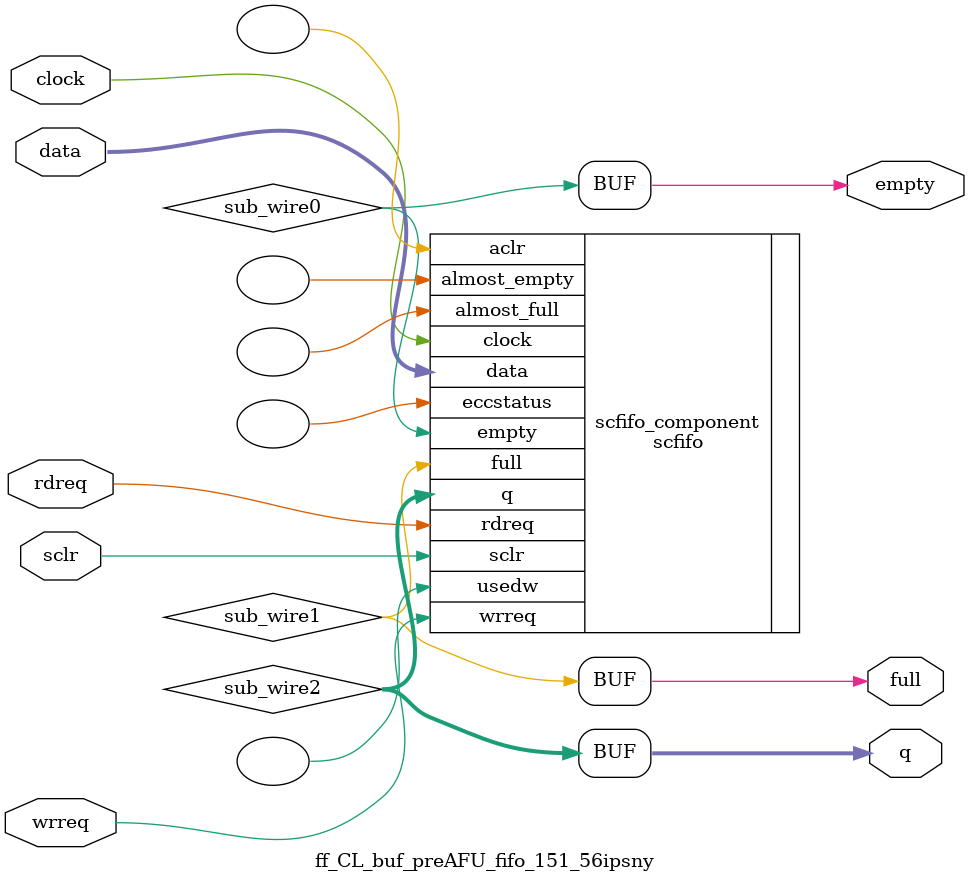
<source format=v>



`timescale 1 ps / 1 ps
// synopsys translate_on
module  ff_CL_buf_preAFU_fifo_151_56ipsny  (
    clock,
    data,
    rdreq,
    sclr,
    wrreq,
    empty,
    full,
    q);

    input    clock;
    input  [511:0]  data;
    input    rdreq;
    input    sclr;
    input    wrreq;
    output   empty;
    output   full;
    output [511:0]  q;

    wire  sub_wire0;
    wire  sub_wire1;
    wire [511:0] sub_wire2;
    wire  empty = sub_wire0;
    wire  full = sub_wire1;
    wire [511:0] q = sub_wire2[511:0];

    scfifo  scfifo_component (
                .clock (clock),
                .data (data),
                .rdreq (rdreq),
                .sclr (sclr),
                .wrreq (wrreq),
                .empty (sub_wire0),
                .full (sub_wire1),
                .q (sub_wire2),
                .aclr (),
                .almost_empty (),
                .almost_full (),
                .eccstatus (),
                .usedw ());
    defparam
        scfifo_component.add_ram_output_register  = "OFF",
        scfifo_component.enable_ecc  = "FALSE",
        scfifo_component.intended_device_family  = "Arria 10",
        scfifo_component.lpm_hint  = "DISABLE_DCFIFO_EMBEDDED_TIMING_CONSTRAINT=TRUE",
        scfifo_component.lpm_numwords  = 256,
        scfifo_component.lpm_showahead  = "OFF",
        scfifo_component.lpm_type  = "scfifo",
        scfifo_component.lpm_width  = 512,
        scfifo_component.lpm_widthu  = 8,
        scfifo_component.overflow_checking  = "ON",
        scfifo_component.underflow_checking  = "ON",
        scfifo_component.use_eab  = "ON";


endmodule



</source>
